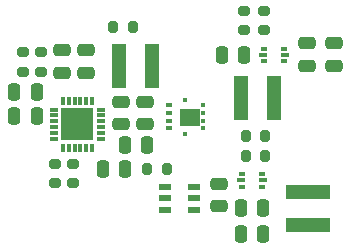
<source format=gtp>
G04 #@! TF.GenerationSoftware,KiCad,Pcbnew,7.0.5*
G04 #@! TF.CreationDate,2023-08-01T00:38:23-05:00*
G04 #@! TF.ProjectId,psxpress-pms,70737870-7265-4737-932d-706d732e6b69,rev?*
G04 #@! TF.SameCoordinates,Original*
G04 #@! TF.FileFunction,Paste,Top*
G04 #@! TF.FilePolarity,Positive*
%FSLAX46Y46*%
G04 Gerber Fmt 4.6, Leading zero omitted, Abs format (unit mm)*
G04 Created by KiCad (PCBNEW 7.0.5) date 2023-08-01 00:38:23*
%MOMM*%
%LPD*%
G01*
G04 APERTURE LIST*
G04 Aperture macros list*
%AMRoundRect*
0 Rectangle with rounded corners*
0 $1 Rounding radius*
0 $2 $3 $4 $5 $6 $7 $8 $9 X,Y pos of 4 corners*
0 Add a 4 corners polygon primitive as box body*
4,1,4,$2,$3,$4,$5,$6,$7,$8,$9,$2,$3,0*
0 Add four circle primitives for the rounded corners*
1,1,$1+$1,$2,$3*
1,1,$1+$1,$4,$5*
1,1,$1+$1,$6,$7*
1,1,$1+$1,$8,$9*
0 Add four rect primitives between the rounded corners*
20,1,$1+$1,$2,$3,$4,$5,0*
20,1,$1+$1,$4,$5,$6,$7,0*
20,1,$1+$1,$6,$7,$8,$9,0*
20,1,$1+$1,$8,$9,$2,$3,0*%
G04 Aperture macros list end*
%ADD10C,0.010000*%
%ADD11RoundRect,0.200000X0.275000X-0.200000X0.275000X0.200000X-0.275000X0.200000X-0.275000X-0.200000X0*%
%ADD12RoundRect,0.250000X-0.475000X0.250000X-0.475000X-0.250000X0.475000X-0.250000X0.475000X0.250000X0*%
%ADD13R,0.800000X0.300000*%
%ADD14R,0.300000X0.800000*%
%ADD15R,2.800000X2.800000*%
%ADD16RoundRect,0.250000X0.250000X0.475000X-0.250000X0.475000X-0.250000X-0.475000X0.250000X-0.475000X0*%
%ADD17RoundRect,0.200000X-0.275000X0.200000X-0.275000X-0.200000X0.275000X-0.200000X0.275000X0.200000X0*%
%ADD18R,0.500000X0.350000*%
%ADD19R,0.300000X0.400000*%
%ADD20R,0.430000X0.380000*%
%ADD21RoundRect,0.200000X-0.200000X-0.275000X0.200000X-0.275000X0.200000X0.275000X-0.200000X0.275000X0*%
%ADD22R,1.200000X3.700000*%
%ADD23RoundRect,0.250000X-0.250000X-0.475000X0.250000X-0.475000X0.250000X0.475000X-0.250000X0.475000X0*%
%ADD24R,1.050000X0.550000*%
%ADD25R,3.700000X1.200000*%
%ADD26RoundRect,0.250000X0.475000X-0.250000X0.475000X0.250000X-0.475000X0.250000X-0.475000X-0.250000X0*%
%ADD27R,0.500000X0.375000*%
%ADD28R,0.650000X0.300000*%
%ADD29RoundRect,0.200000X0.200000X0.275000X-0.200000X0.275000X-0.200000X-0.275000X0.200000X-0.275000X0*%
G04 APERTURE END LIST*
D10*
X174088002Y-67889100D02*
X172444502Y-67889100D01*
X172444502Y-66560900D01*
X174088002Y-66560900D01*
X174088002Y-67889100D01*
G36*
X174088002Y-67889100D02*
G01*
X172444502Y-67889100D01*
X172444502Y-66560900D01*
X174088002Y-66560900D01*
X174088002Y-67889100D01*
G37*
D11*
X163396252Y-72848748D03*
X163396252Y-71198748D03*
D12*
X185528752Y-61000652D03*
X185528752Y-62900652D03*
D13*
X161771252Y-66598748D03*
X161771252Y-67098748D03*
X161771252Y-67598748D03*
X161771252Y-68098748D03*
X161771252Y-68598748D03*
X161771252Y-69098748D03*
D14*
X162521252Y-69848748D03*
X163021252Y-69848748D03*
X163521252Y-69848748D03*
X164021252Y-69848748D03*
X164521252Y-69848748D03*
X165021252Y-69848748D03*
D13*
X165771252Y-69098748D03*
X165771252Y-68598748D03*
X165771252Y-68098748D03*
X165771252Y-67598748D03*
X165771252Y-67098748D03*
X165771252Y-66598748D03*
D14*
X165021252Y-65848748D03*
X164521252Y-65848748D03*
X164021252Y-65848748D03*
X163521252Y-65848748D03*
X163021252Y-65848748D03*
X162521252Y-65848748D03*
D15*
X163771252Y-67848748D03*
D16*
X160321252Y-67173748D03*
X158421252Y-67173748D03*
D17*
X159171252Y-61748748D03*
X159171252Y-63398748D03*
D18*
X171506252Y-66250000D03*
X171506252Y-66900000D03*
X171506252Y-67550000D03*
X171506252Y-68200000D03*
D19*
X174406252Y-68200000D03*
X174406252Y-67550000D03*
X174406252Y-66900000D03*
X174406252Y-66250000D03*
D20*
X172906252Y-65810000D03*
X172906252Y-68640000D03*
D11*
X160696252Y-63398748D03*
X160696252Y-61748748D03*
D16*
X179516252Y-74948748D03*
X177616252Y-74948748D03*
D21*
X178016252Y-70548748D03*
X179666252Y-70548748D03*
D22*
X170071252Y-62923748D03*
X167271252Y-62923748D03*
D23*
X165921252Y-71673748D03*
X167821252Y-71673748D03*
D16*
X177891252Y-61995652D03*
X175991252Y-61995652D03*
D21*
X166800000Y-59575000D03*
X168450000Y-59575000D03*
D24*
X173641252Y-75075000D03*
X173641252Y-74125000D03*
X173641252Y-73175000D03*
X171141252Y-73175000D03*
X171141252Y-74125000D03*
X171141252Y-75075000D03*
D21*
X178016252Y-68873748D03*
X179666252Y-68873748D03*
D12*
X175716252Y-72895652D03*
X175716252Y-74795652D03*
D25*
X183266252Y-73545652D03*
X183266252Y-76345652D03*
D26*
X169471252Y-67823748D03*
X169471252Y-65923748D03*
X167431252Y-67823748D03*
X167431252Y-65923748D03*
D27*
X177716252Y-72070652D03*
D28*
X177641252Y-72608152D03*
D27*
X177716252Y-73145652D03*
X179416252Y-73145652D03*
D28*
X179491252Y-72608152D03*
D27*
X179416252Y-72070652D03*
X179591252Y-61445652D03*
D28*
X179516252Y-61983152D03*
D27*
X179591252Y-62520652D03*
X181291252Y-62520652D03*
D28*
X181366252Y-61983152D03*
D27*
X181291252Y-61445652D03*
D11*
X161871252Y-72848748D03*
X161871252Y-71198748D03*
X177841252Y-59895652D03*
X177841252Y-58245652D03*
D17*
X179591252Y-58245652D03*
X179591252Y-59895652D03*
D29*
X171350000Y-71625000D03*
X169700000Y-71625000D03*
D16*
X160321252Y-65098748D03*
X158421252Y-65098748D03*
D12*
X183241252Y-60995652D03*
X183241252Y-62895652D03*
D16*
X179516252Y-77098748D03*
X177616252Y-77098748D03*
D12*
X164496252Y-61598748D03*
X164496252Y-63498748D03*
D22*
X177641252Y-65645652D03*
X180441252Y-65645652D03*
D12*
X162471252Y-61598748D03*
X162471252Y-63498748D03*
D16*
X169696252Y-69623748D03*
X167796252Y-69623748D03*
M02*

</source>
